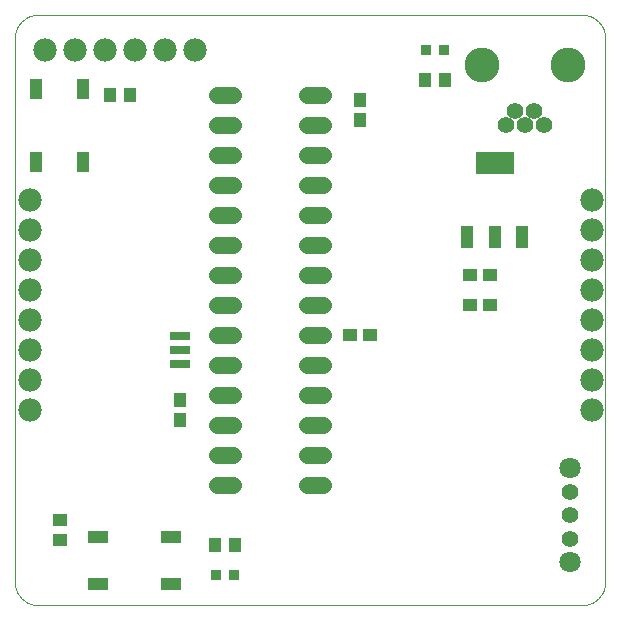
<source format=gts>
G75*
%MOIN*%
%OFA0B0*%
%FSLAX25Y25*%
%IPPOS*%
%LPD*%
%AMOC8*
5,1,8,0,0,1.08239X$1,22.5*
%
%ADD10C,0.00000*%
%ADD11R,0.04337X0.04731*%
%ADD12R,0.04731X0.04337*%
%ADD13C,0.05600*%
%ADD14R,0.03550X0.03550*%
%ADD15R,0.07093X0.03156*%
%ADD16R,0.06896X0.04337*%
%ADD17R,0.04337X0.06896*%
%ADD18R,0.03900X0.07350*%
%ADD19R,0.12800X0.07350*%
%ADD20C,0.05550*%
%ADD21C,0.11620*%
%ADD22C,0.07800*%
%ADD23C,0.07093*%
D10*
X0001600Y0009474D02*
X0001600Y0190576D01*
X0001602Y0190766D01*
X0001609Y0190956D01*
X0001621Y0191146D01*
X0001637Y0191336D01*
X0001657Y0191525D01*
X0001683Y0191714D01*
X0001712Y0191902D01*
X0001747Y0192089D01*
X0001786Y0192275D01*
X0001829Y0192460D01*
X0001877Y0192645D01*
X0001929Y0192828D01*
X0001985Y0193009D01*
X0002046Y0193189D01*
X0002112Y0193368D01*
X0002181Y0193545D01*
X0002255Y0193721D01*
X0002333Y0193894D01*
X0002416Y0194066D01*
X0002502Y0194235D01*
X0002592Y0194403D01*
X0002687Y0194568D01*
X0002785Y0194731D01*
X0002888Y0194891D01*
X0002994Y0195049D01*
X0003104Y0195204D01*
X0003217Y0195357D01*
X0003335Y0195507D01*
X0003456Y0195653D01*
X0003580Y0195797D01*
X0003708Y0195938D01*
X0003839Y0196076D01*
X0003974Y0196211D01*
X0004112Y0196342D01*
X0004253Y0196470D01*
X0004397Y0196594D01*
X0004543Y0196715D01*
X0004693Y0196833D01*
X0004846Y0196946D01*
X0005001Y0197056D01*
X0005159Y0197162D01*
X0005319Y0197265D01*
X0005482Y0197363D01*
X0005647Y0197458D01*
X0005815Y0197548D01*
X0005984Y0197634D01*
X0006156Y0197717D01*
X0006329Y0197795D01*
X0006505Y0197869D01*
X0006682Y0197938D01*
X0006861Y0198004D01*
X0007041Y0198065D01*
X0007222Y0198121D01*
X0007405Y0198173D01*
X0007590Y0198221D01*
X0007775Y0198264D01*
X0007961Y0198303D01*
X0008148Y0198338D01*
X0008336Y0198367D01*
X0008525Y0198393D01*
X0008714Y0198413D01*
X0008904Y0198429D01*
X0009094Y0198441D01*
X0009284Y0198448D01*
X0009474Y0198450D01*
X0190576Y0198450D01*
X0190766Y0198448D01*
X0190956Y0198441D01*
X0191146Y0198429D01*
X0191336Y0198413D01*
X0191525Y0198393D01*
X0191714Y0198367D01*
X0191902Y0198338D01*
X0192089Y0198303D01*
X0192275Y0198264D01*
X0192460Y0198221D01*
X0192645Y0198173D01*
X0192828Y0198121D01*
X0193009Y0198065D01*
X0193189Y0198004D01*
X0193368Y0197938D01*
X0193545Y0197869D01*
X0193721Y0197795D01*
X0193894Y0197717D01*
X0194066Y0197634D01*
X0194235Y0197548D01*
X0194403Y0197458D01*
X0194568Y0197363D01*
X0194731Y0197265D01*
X0194891Y0197162D01*
X0195049Y0197056D01*
X0195204Y0196946D01*
X0195357Y0196833D01*
X0195507Y0196715D01*
X0195653Y0196594D01*
X0195797Y0196470D01*
X0195938Y0196342D01*
X0196076Y0196211D01*
X0196211Y0196076D01*
X0196342Y0195938D01*
X0196470Y0195797D01*
X0196594Y0195653D01*
X0196715Y0195507D01*
X0196833Y0195357D01*
X0196946Y0195204D01*
X0197056Y0195049D01*
X0197162Y0194891D01*
X0197265Y0194731D01*
X0197363Y0194568D01*
X0197458Y0194403D01*
X0197548Y0194235D01*
X0197634Y0194066D01*
X0197717Y0193894D01*
X0197795Y0193721D01*
X0197869Y0193545D01*
X0197938Y0193368D01*
X0198004Y0193189D01*
X0198065Y0193009D01*
X0198121Y0192828D01*
X0198173Y0192645D01*
X0198221Y0192460D01*
X0198264Y0192275D01*
X0198303Y0192089D01*
X0198338Y0191902D01*
X0198367Y0191714D01*
X0198393Y0191525D01*
X0198413Y0191336D01*
X0198429Y0191146D01*
X0198441Y0190956D01*
X0198448Y0190766D01*
X0198450Y0190576D01*
X0198450Y0009474D01*
X0198448Y0009284D01*
X0198441Y0009094D01*
X0198429Y0008904D01*
X0198413Y0008714D01*
X0198393Y0008525D01*
X0198367Y0008336D01*
X0198338Y0008148D01*
X0198303Y0007961D01*
X0198264Y0007775D01*
X0198221Y0007590D01*
X0198173Y0007405D01*
X0198121Y0007222D01*
X0198065Y0007041D01*
X0198004Y0006861D01*
X0197938Y0006682D01*
X0197869Y0006505D01*
X0197795Y0006329D01*
X0197717Y0006156D01*
X0197634Y0005984D01*
X0197548Y0005815D01*
X0197458Y0005647D01*
X0197363Y0005482D01*
X0197265Y0005319D01*
X0197162Y0005159D01*
X0197056Y0005001D01*
X0196946Y0004846D01*
X0196833Y0004693D01*
X0196715Y0004543D01*
X0196594Y0004397D01*
X0196470Y0004253D01*
X0196342Y0004112D01*
X0196211Y0003974D01*
X0196076Y0003839D01*
X0195938Y0003708D01*
X0195797Y0003580D01*
X0195653Y0003456D01*
X0195507Y0003335D01*
X0195357Y0003217D01*
X0195204Y0003104D01*
X0195049Y0002994D01*
X0194891Y0002888D01*
X0194731Y0002785D01*
X0194568Y0002687D01*
X0194403Y0002592D01*
X0194235Y0002502D01*
X0194066Y0002416D01*
X0193894Y0002333D01*
X0193721Y0002255D01*
X0193545Y0002181D01*
X0193368Y0002112D01*
X0193189Y0002046D01*
X0193009Y0001985D01*
X0192828Y0001929D01*
X0192645Y0001877D01*
X0192460Y0001829D01*
X0192275Y0001786D01*
X0192089Y0001747D01*
X0191902Y0001712D01*
X0191714Y0001683D01*
X0191525Y0001657D01*
X0191336Y0001637D01*
X0191146Y0001621D01*
X0190956Y0001609D01*
X0190766Y0001602D01*
X0190576Y0001600D01*
X0009474Y0001600D01*
X0009284Y0001602D01*
X0009094Y0001609D01*
X0008904Y0001621D01*
X0008714Y0001637D01*
X0008525Y0001657D01*
X0008336Y0001683D01*
X0008148Y0001712D01*
X0007961Y0001747D01*
X0007775Y0001786D01*
X0007590Y0001829D01*
X0007405Y0001877D01*
X0007222Y0001929D01*
X0007041Y0001985D01*
X0006861Y0002046D01*
X0006682Y0002112D01*
X0006505Y0002181D01*
X0006329Y0002255D01*
X0006156Y0002333D01*
X0005984Y0002416D01*
X0005815Y0002502D01*
X0005647Y0002592D01*
X0005482Y0002687D01*
X0005319Y0002785D01*
X0005159Y0002888D01*
X0005001Y0002994D01*
X0004846Y0003104D01*
X0004693Y0003217D01*
X0004543Y0003335D01*
X0004397Y0003456D01*
X0004253Y0003580D01*
X0004112Y0003708D01*
X0003974Y0003839D01*
X0003839Y0003974D01*
X0003708Y0004112D01*
X0003580Y0004253D01*
X0003456Y0004397D01*
X0003335Y0004543D01*
X0003217Y0004693D01*
X0003104Y0004846D01*
X0002994Y0005001D01*
X0002888Y0005159D01*
X0002785Y0005319D01*
X0002687Y0005482D01*
X0002592Y0005647D01*
X0002502Y0005815D01*
X0002416Y0005984D01*
X0002333Y0006156D01*
X0002255Y0006329D01*
X0002181Y0006505D01*
X0002112Y0006682D01*
X0002046Y0006861D01*
X0001985Y0007041D01*
X0001929Y0007222D01*
X0001877Y0007405D01*
X0001829Y0007590D01*
X0001786Y0007775D01*
X0001747Y0007961D01*
X0001712Y0008148D01*
X0001683Y0008336D01*
X0001657Y0008525D01*
X0001637Y0008714D01*
X0001621Y0008904D01*
X0001609Y0009094D01*
X0001602Y0009284D01*
X0001600Y0009474D01*
D11*
X0056600Y0063254D03*
X0056600Y0069946D03*
X0068254Y0021600D03*
X0074946Y0021600D03*
X0116600Y0163254D03*
X0116600Y0169946D03*
X0138254Y0176600D03*
X0144946Y0176600D03*
X0039946Y0171600D03*
X0033254Y0171600D03*
D12*
X0113254Y0091600D03*
X0119946Y0091600D03*
X0153254Y0101600D03*
X0159946Y0101600D03*
X0159946Y0111600D03*
X0153254Y0111600D03*
X0016600Y0029946D03*
X0016600Y0023254D03*
D13*
X0069000Y0041600D02*
X0074200Y0041600D01*
X0074200Y0051600D02*
X0069000Y0051600D01*
X0069000Y0061600D02*
X0074200Y0061600D01*
X0074200Y0071600D02*
X0069000Y0071600D01*
X0069000Y0081600D02*
X0074200Y0081600D01*
X0074200Y0091600D02*
X0069000Y0091600D01*
X0069000Y0101600D02*
X0074200Y0101600D01*
X0074200Y0111600D02*
X0069000Y0111600D01*
X0069000Y0121600D02*
X0074200Y0121600D01*
X0074200Y0131600D02*
X0069000Y0131600D01*
X0069000Y0141600D02*
X0074200Y0141600D01*
X0074200Y0151600D02*
X0069000Y0151600D01*
X0069000Y0161600D02*
X0074200Y0161600D01*
X0074200Y0171600D02*
X0069000Y0171600D01*
X0099000Y0171600D02*
X0104200Y0171600D01*
X0104200Y0161600D02*
X0099000Y0161600D01*
X0099000Y0151600D02*
X0104200Y0151600D01*
X0104200Y0141600D02*
X0099000Y0141600D01*
X0099000Y0131600D02*
X0104200Y0131600D01*
X0104200Y0121600D02*
X0099000Y0121600D01*
X0099000Y0111600D02*
X0104200Y0111600D01*
X0104200Y0101600D02*
X0099000Y0101600D01*
X0099000Y0091600D02*
X0104200Y0091600D01*
X0104200Y0081600D02*
X0099000Y0081600D01*
X0099000Y0071600D02*
X0104200Y0071600D01*
X0104200Y0061600D02*
X0099000Y0061600D01*
X0099000Y0051600D02*
X0104200Y0051600D01*
X0104200Y0041600D02*
X0099000Y0041600D01*
D14*
X0074553Y0011600D03*
X0068647Y0011600D03*
X0138647Y0186600D03*
X0144553Y0186600D03*
D15*
X0056600Y0091324D03*
X0056600Y0086600D03*
X0056600Y0081876D03*
D16*
X0053805Y0024474D03*
X0053805Y0008726D03*
X0029395Y0008726D03*
X0029395Y0024474D03*
D17*
X0024474Y0149395D03*
X0008726Y0149395D03*
X0008726Y0173805D03*
X0024474Y0173805D03*
D18*
X0152500Y0124325D03*
X0161600Y0124325D03*
X0170700Y0124325D03*
D19*
X0161600Y0148875D03*
D20*
X0165301Y0161521D03*
X0168450Y0166246D03*
X0171600Y0161521D03*
X0174750Y0166246D03*
X0177899Y0161521D03*
X0186600Y0039474D03*
X0186600Y0031600D03*
X0186600Y0023726D03*
D21*
X0185970Y0181600D03*
X0157230Y0181600D03*
D22*
X0194100Y0136600D03*
X0194100Y0126600D03*
X0194100Y0116600D03*
X0194100Y0106600D03*
X0194100Y0096600D03*
X0194100Y0086600D03*
X0194100Y0076600D03*
X0194100Y0066600D03*
X0061600Y0186600D03*
X0051600Y0186600D03*
X0041600Y0186600D03*
X0031600Y0186600D03*
X0021600Y0186600D03*
X0011600Y0186600D03*
X0006600Y0136600D03*
X0006600Y0126600D03*
X0006600Y0116600D03*
X0006600Y0106600D03*
X0006600Y0096600D03*
X0006600Y0086600D03*
X0006600Y0076600D03*
X0006600Y0066600D03*
D23*
X0186600Y0047348D03*
X0186600Y0015852D03*
M02*

</source>
